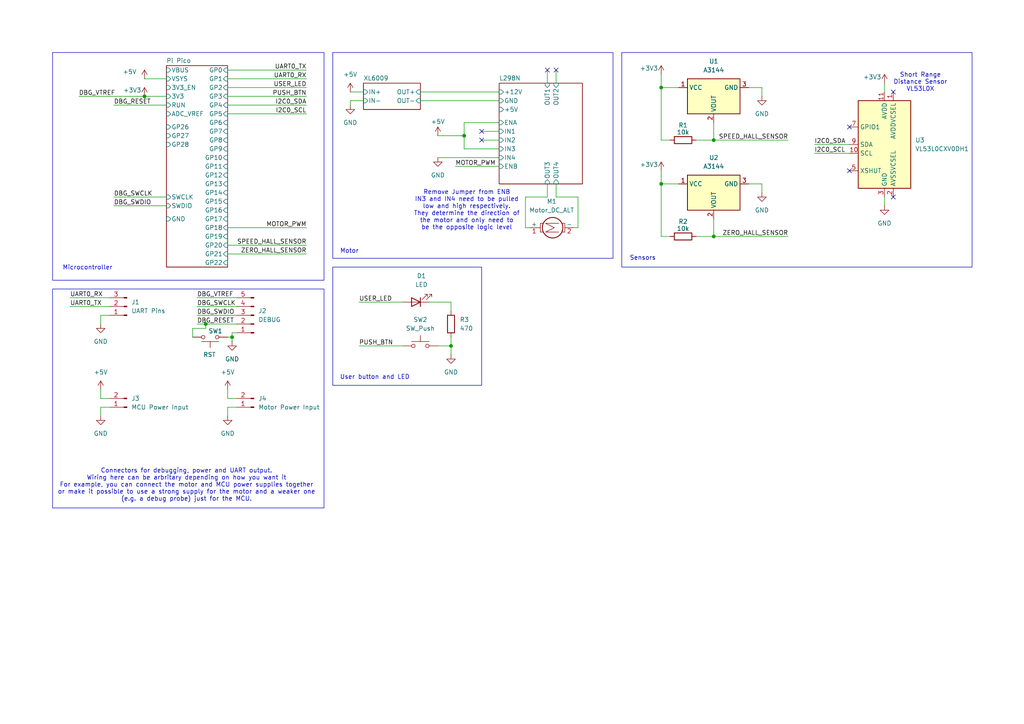
<source format=kicad_sch>
(kicad_sch (version 20231120) (generator "eeschema") (generator_version "8.0")
  (paper "A4")
  (lib_symbols
    (symbol "Connector:Conn_01x02_Pin" (pin_names (offset 1.016) hide)
      (property "Reference" "J" (at 0 2.54 0))
      (property "Value" "Conn_01x02_Pin" (at 0 -5.08 0))
      (symbol "Conn_01x02_Pin_1_1"
        (polyline (pts (xy 1.27 -2.54) (xy 0.8636 -2.54)) (stroke (width 0.1524)))
        (polyline (pts (xy 1.27 0) (xy 0.8636 0)) (stroke (width 0.1524)))
        (rectangle (start 0.8636 -2.413) (end 0 -2.667) (stroke (width 0.1524)) (fill (type outline)))
        (rectangle (start 0.8636 0.127) (end 0 -0.127) (stroke (width 0.1524)) (fill (type outline)))
        (pin passive line (at 5.08 0 180) (length 3.81) (name "Pin_1") (number "1"))
        (pin passive line (at 5.08 -2.54 180) (length 3.81) (name "Pin_2") (number "2"))
      )
    )
    (symbol "Connector:Conn_01x03_Pin" (pin_names (offset 1.016) hide)
      (property "Reference" "J" (at 0 5.08 0))
      (property "Value" "Conn_01x03_Pin" (at 0 -5.08 0))
      (symbol "Conn_01x03_Pin_1_1"
        (polyline (pts (xy 1.27 -2.54) (xy 0.8636 -2.54)) (stroke (width 0.1524)))
        (polyline (pts (xy 1.27 0) (xy 0.8636 0)) (stroke (width 0.1524)))
        (polyline (pts (xy 1.27 2.54) (xy 0.8636 2.54)) (stroke (width 0.1524)))
        (rectangle (start 0.8636 -2.413) (end 0 -2.667) (stroke (width 0.1524)) (fill (type outline)))
        (rectangle (start 0.8636 0.127) (end 0 -0.127) (stroke (width 0.1524)) (fill (type outline)))
        (rectangle (start 0.8636 2.667) (end 0 2.413) (stroke (width 0.1524)) (fill (type outline)))
        (pin passive line (at 5.08 2.54 180) (length 3.81) (name "Pin_1") (number "1"))
        (pin passive line (at 5.08 0 180) (length 3.81) (name "Pin_2") (number "2"))
        (pin passive line (at 5.08 -2.54 180) (length 3.81) (name "Pin_3") (number "3"))
      )
    )
    (symbol "Connector:Conn_01x05_Pin" (pin_names (offset 1.016) hide)
      (property "Reference" "J" (at 0 7.62 0))
      (property "Value" "Conn_01x05_Pin" (at 0 -7.62 0))
      (symbol "Conn_01x05_Pin_1_1"
        (polyline (pts (xy 1.27 -5.08) (xy 0.8636 -5.08)) (stroke (width 0.1524)))
        (polyline (pts (xy 1.27 -2.54) (xy 0.8636 -2.54)) (stroke (width 0.1524)))
        (polyline (pts (xy 1.27 0) (xy 0.8636 0)) (stroke (width 0.1524)))
        (polyline (pts (xy 1.27 2.54) (xy 0.8636 2.54)) (stroke (width 0.1524)))
        (polyline (pts (xy 1.27 5.08) (xy 0.8636 5.08)) (stroke (width 0.1524)))
        (rectangle (start 0.8636 -4.953) (end 0 -5.207) (stroke (width 0.1524)) (fill (type outline)))
        (rectangle (start 0.8636 -2.413) (end 0 -2.667) (stroke (width 0.1524)) (fill (type outline)))
        (rectangle (start 0.8636 0.127) (end 0 -0.127) (stroke (width 0.1524)) (fill (type outline)))
        (rectangle (start 0.8636 2.667) (end 0 2.413) (stroke (width 0.1524)) (fill (type outline)))
        (rectangle (start 0.8636 5.207) (end 0 4.953) (stroke (width 0.1524)) (fill (type outline)))
        (pin passive line (at 5.08 5.08 180) (length 3.81) (name "Pin_1") (number "1"))
        (pin passive line (at 5.08 2.54 180) (length 3.81) (name "Pin_2") (number "2"))
        (pin passive line (at 5.08 0 180) (length 3.81) (name "Pin_3") (number "3"))
        (pin passive line (at 5.08 -2.54 180) (length 3.81) (name "Pin_4") (number "4"))
        (pin passive line (at 5.08 -5.08 180) (length 3.81) (name "Pin_5") (number "5"))
      )
    )
    (symbol "Device:LED" (pin_numbers hide) (pin_names (offset 1.016) hide)
      (property "Reference" "D" (at 0 2.54 0))
      (property "Value" "LED" (at 0 -2.54 0))
      (symbol "LED_0_1"
        (polyline (pts (xy -1.27 -1.27) (xy -1.27 1.27)) (stroke (width 0.254)))
        (polyline (pts (xy -1.27 0) (xy 1.27 0)))
        (polyline (pts (xy 1.27 -1.27) (xy 1.27 1.27) (xy -1.27 0) (xy 1.27 -1.27)) (stroke (width 0.254)))
        (polyline (pts (xy -3.048 -0.762) (xy -4.572 -2.286) (xy -3.81 -2.286) (xy -4.572 -2.286) (xy -4.572 -1.524)))
        (polyline (pts (xy -1.778 -0.762) (xy -3.302 -2.286) (xy -2.54 -2.286) (xy -3.302 -2.286) (xy -3.302 -1.524)))
      )
      (symbol "LED_1_1"
        (pin passive line (at -3.81 0 0) (length 2.54) (name "K") (number "1"))
        (pin passive line (at 3.81 0 180) (length 2.54) (name "A") (number "2"))
      )
    )
    (symbol "Device:R" (pin_numbers hide) (pin_names (offset 0))
      (property "Reference" "R" (at 2.032 0 90))
      (property "Value" "R" (at 0 0 90))
      (symbol "R_0_1"
        (rectangle (start -1.016 -2.54) (end 1.016 2.54) (stroke (width 0.254)))
      )
      (symbol "R_1_1"
        (pin passive line (at 0 3.81 270) (length 1.27) (name "~") (number "1"))
        (pin passive line (at 0 -3.81 90) (length 1.27) (name "~") (number "2"))
      )
    )
    (symbol "Motor:Motor_DC_ALT" (pin_names (offset 0))
      (property "Reference" "M" (at 2.54 2.54 0))
      (property "Value" "Motor_DC_ALT" (at 2.54 -5.08 0))
      (symbol "Motor_DC_ALT_0_0"
        (circle (center 0 -1.524) (radius 2.9718) (stroke (width 0.254)))
        (polyline (pts (xy -1.27 -4.318) (xy -1.27 -5.08) (xy 1.27 -5.08) (xy 1.27 -4.318)))
        (polyline (pts (xy -1.27 1.27) (xy -1.27 2.032) (xy 1.27 2.032) (xy 1.27 1.27)))
        (polyline (pts (xy -1.27 -3.302) (xy -1.27 0.508) (xy 0 -2.032) (xy 1.27 0.508) (xy 1.27 -3.302)))
      )
      (symbol "Motor_DC_ALT_0_1"
        (polyline (pts (xy 0 2.032) (xy 0 2.54)))
      )
      (symbol "Motor_DC_ALT_1_1"
        (pin passive line (at 0 5.08 270) (length 2.54) (name "+") (number "1"))
        (pin passive line (at 0 -7.62 90) (length 2.54) (name "-") (number "2"))
      )
    )
    (symbol "Sensor_Distance:VL53L0CXV0DH1"
      (property "Reference" "U" (at -6.35 13.97 0))
      (property "Value" "VL53L0CXV0DH1" (at 12.065 13.97 0))
      (symbol "VL53L0CXV0DH1_0_1"
        (rectangle (start -7.62 12.7) (end 7.62 -12.7) (stroke (width 0.254)) (fill (type background)))
      )
      (symbol "VL53L0CXV0DH1_1_1"
        (pin power_in line (at 2.54 15.24 270) (length 2.54) (name "AVDDVCSEL") (number "1"))
        (pin input line (at -10.16 -2.54 0) (length 2.54) (name "SCL") (number "10"))
        (pin power_in line (at 0 15.24 270) (length 2.54) (name "AVDD") (number "11"))
        (pin passive line (at 0 -15.24 90) (length 2.54) hide (name "GND") (number "12"))
        (pin power_in line (at 2.54 -15.24 90) (length 2.54) (name "AVSSVCSEL") (number "2"))
        (pin power_in line (at 0 -15.24 90) (length 2.54) (name "GND") (number "3"))
        (pin passive line (at 0 -15.24 90) (length 2.54) hide (name "GND") (number "4"))
        (pin input line (at -10.16 -7.62 0) (length 2.54) (name "XSHUT") (number "5"))
        (pin passive line (at 0 -15.24 90) (length 2.54) hide (name "GND") (number "6"))
        (pin open_collector line (at -10.16 5.08 0) (length 2.54) (name "GPIO1") (number "7"))
        (pin no_connect line (at -7.62 7.62 0) (length 2.54) hide (name "DNC") (number "8"))
        (pin bidirectional line (at -10.16 0 0) (length 2.54) (name "SDA") (number "9"))
      )
    )
    (symbol "Sensor_Magnetic:A1101ELHL"
      (property "Reference" "U" (at 0 11.43 0))
      (property "Value" "A1101ELHL" (at 0 8.89 0))
      (symbol "A1101ELHL_0_1"
        (rectangle (start -5.08 7.62) (end 5.08 -7.62) (stroke (width 0.254)) (fill (type background)))
      )
      (symbol "A1101ELHL_1_1"
        (pin power_in line (at -2.54 10.16 270) (length 2.54) (name "VCC") (number "1"))
        (pin open_collector line (at 7.62 0 180) (length 2.54) (name "VOUT") (number "2"))
        (pin power_in line (at -2.54 -10.16 90) (length 2.54) (name "GND") (number "3"))
      )
    )
    (symbol "Switch:SW_Push" (pin_numbers hide) (pin_names (offset 1.016) hide)
      (property "Reference" "SW" (at 1.27 2.54 0))
      (property "Value" "SW_Push" (at 0 -1.524 0))
      (symbol "SW_Push_0_1"
        (circle (center -2.032 0) (radius 0.508))
        (polyline (pts (xy 0 1.27) (xy 0 3.048)))
        (polyline (pts (xy 2.54 1.27) (xy -2.54 1.27)))
        (circle (center 2.032 0) (radius 0.508))
        (pin passive line (at -5.08 0 0) (length 2.54) (name "1") (number "1"))
        (pin passive line (at 5.08 0 180) (length 2.54) (name "2") (number "2"))
      )
    )
    (symbol "power:+3V3" (power) (pin_numbers hide) (pin_names (offset 0) hide)
      (property "Value" "+3V3" (at 0 3.556 0))
      (symbol "+3V3_0_1"
        (polyline (pts (xy -0.762 1.27) (xy 0 2.54)))
        (polyline (pts (xy 0 0) (xy 0 2.54)))
        (polyline (pts (xy 0 2.54) (xy 0.762 1.27)))
      )
      (symbol "+3V3_1_1"
        (pin power_in line (at 0 0 90) (length 0) (name "~") (number "1"))
      )
    )
    (symbol "power:+5V" (power) (pin_numbers hide) (pin_names (offset 0) hide)
      (property "Value" "+5V" (at 0 3.556 0))
      (symbol "+5V_0_1"
        (polyline (pts (xy -0.762 1.27) (xy 0 2.54)))
        (polyline (pts (xy 0 0) (xy 0 2.54)))
        (polyline (pts (xy 0 2.54) (xy 0.762 1.27)))
      )
      (symbol "+5V_1_1"
        (pin power_in line (at 0 0 90) (length 0) (name "~") (number "1"))
      )
    )
    (symbol "power:GND" (power) (pin_numbers hide) (pin_names (offset 0) hide)
      (property "Value" "GND" (at 0 -3.81 0))
      (symbol "GND_0_1"
        (polyline (pts (xy 0 0) (xy 0 -1.27) (xy 1.27 -1.27) (xy 0 -2.54) (xy -1.27 -1.27) (xy 0 -1.27)))
      )
      (symbol "GND_1_1"
        (pin power_in line (at 0 0 270) (length 0) (name "~") (number "1"))
      )
    )
  )
  (junction (at 134.62 39.37))
  (junction (at 191.77 53.34))
  (junction (at 59.69 93.98))
  (junction (at 207.01 68.58))
  (junction (at 41.91 27.94))
  (junction (at 67.31 97.79))
  (junction (at 207.01 40.64))
  (junction (at 130.81 100.33))
  (junction (at 191.77 25.4))
  (no_connect (at 259.08 57.15))
  (no_connect (at 139.7 40.64))
  (no_connect (at 158.75 20.32))
  (no_connect (at 139.7 38.1))
  (no_connect (at 259.08 26.67))
  (no_connect (at 246.38 49.53))
  (no_connect (at 161.29 20.32))
  (no_connect (at 246.38 36.83))
  (wire (pts (xy 66.04 25.4) (xy 88.9 25.4)))
  (wire (pts (xy 121.92 29.21) (xy 144.78 29.21)))
  (wire (pts (xy 104.14 100.33) (xy 116.84 100.33)))
  (wire (pts (xy 33.02 30.48) (xy 48.26 30.48)))
  (wire (pts (xy 256.54 57.15) (xy 256.54 59.69)))
  (wire (pts (xy 29.21 91.44) (xy 29.21 93.98)))
  (wire (pts (xy 20.32 88.9) (xy 31.75 88.9)))
  (wire (pts (xy 101.6 26.67) (xy 105.41 26.67)))
  (wire (pts (xy 161.29 57.15) (xy 161.29 53.34)))
  (wire (pts (xy 104.14 87.63) (xy 116.84 87.63)))
  (wire (pts (xy 134.62 35.56) (xy 144.78 35.56)))
  (wire (pts (xy 166.37 66.04) (xy 167.64 66.04)))
  (wire (pts (xy 194.31 40.64) (xy 191.77 40.64)))
  (wire (pts (xy 134.62 35.56) (xy 134.62 39.37)))
  (wire (pts (xy 57.15 86.36) (xy 68.58 86.36)))
  (wire (pts (xy 57.15 88.9) (xy 68.58 88.9)))
  (wire (pts (xy 191.77 21.59) (xy 191.77 25.4)))
  (wire (pts (xy 201.93 40.64) (xy 207.01 40.64)))
  (wire (pts (xy 20.32 86.36) (xy 31.75 86.36)))
  (wire (pts (xy 207.01 68.58) (xy 228.6 68.58)))
  (wire (pts (xy 217.17 53.34) (xy 220.98 53.34)))
  (wire (pts (xy 57.15 91.44) (xy 68.58 91.44)))
  (wire (pts (xy 67.31 97.79) (xy 67.31 99.06)))
  (wire (pts (xy 191.77 68.58) (xy 191.77 53.34)))
  (wire (pts (xy 139.7 40.64) (xy 144.78 40.64)))
  (wire (pts (xy 201.93 68.58) (xy 207.01 68.58)))
  (wire (pts (xy 22.86 27.94) (xy 41.91 27.94)))
  (wire (pts (xy 220.98 53.34) (xy 220.98 55.88)))
  (wire (pts (xy 158.75 20.32) (xy 158.75 24.13)))
  (wire (pts (xy 167.64 57.15) (xy 161.29 57.15)))
  (wire (pts (xy 207.01 68.58) (xy 207.01 63.5)))
  (wire (pts (xy 130.81 100.33) (xy 130.81 102.87)))
  (wire (pts (xy 191.77 53.34) (xy 196.85 53.34)))
  (wire (pts (xy 191.77 49.53) (xy 191.77 53.34)))
  (wire (pts (xy 68.58 115.57) (xy 66.04 115.57)))
  (wire (pts (xy 59.69 95.25) (xy 59.69 93.98)))
  (wire (pts (xy 66.04 97.79) (xy 67.31 97.79)))
  (wire (pts (xy 66.04 30.48) (xy 88.9 30.48)))
  (wire (pts (xy 139.7 38.1) (xy 144.78 38.1)))
  (wire (pts (xy 29.21 118.11) (xy 29.21 120.65)))
  (wire (pts (xy 158.75 53.34) (xy 158.75 57.15)))
  (wire (pts (xy 130.81 87.63) (xy 130.81 90.17)))
  (wire (pts (xy 55.88 95.25) (xy 59.69 95.25)))
  (wire (pts (xy 207.01 40.64) (xy 207.01 35.56)))
  (wire (pts (xy 55.88 97.79) (xy 55.88 95.25)))
  (wire (pts (xy 124.46 87.63) (xy 130.81 87.63)))
  (wire (pts (xy 256.54 24.13) (xy 256.54 26.67)))
  (wire (pts (xy 134.62 43.18) (xy 144.78 43.18)))
  (wire (pts (xy 67.31 96.52) (xy 67.31 97.79)))
  (wire (pts (xy 66.04 20.32) (xy 88.9 20.32)))
  (wire (pts (xy 59.69 93.98) (xy 68.58 93.98)))
  (wire (pts (xy 236.22 41.91) (xy 246.38 41.91)))
  (wire (pts (xy 66.04 22.86) (xy 88.9 22.86)))
  (wire (pts (xy 66.04 115.57) (xy 66.04 113.03)))
  (wire (pts (xy 158.75 57.15) (xy 152.4 57.15)))
  (wire (pts (xy 66.04 66.04) (xy 88.9 66.04)))
  (wire (pts (xy 68.58 118.11) (xy 66.04 118.11)))
  (wire (pts (xy 220.98 25.4) (xy 220.98 27.94)))
  (wire (pts (xy 217.17 25.4) (xy 220.98 25.4)))
  (wire (pts (xy 66.04 73.66) (xy 88.9 73.66)))
  (wire (pts (xy 236.22 44.45) (xy 246.38 44.45)))
  (wire (pts (xy 29.21 115.57) (xy 29.21 113.03)))
  (wire (pts (xy 41.91 27.94) (xy 48.26 27.94)))
  (wire (pts (xy 127 39.37) (xy 134.62 39.37)))
  (wire (pts (xy 31.75 118.11) (xy 29.21 118.11)))
  (wire (pts (xy 41.91 22.86) (xy 48.26 22.86)))
  (wire (pts (xy 33.02 57.15) (xy 48.26 57.15)))
  (wire (pts (xy 31.75 91.44) (xy 29.21 91.44)))
  (wire (pts (xy 31.75 115.57) (xy 29.21 115.57)))
  (wire (pts (xy 152.4 66.04) (xy 153.67 66.04)))
  (wire (pts (xy 33.02 59.69) (xy 48.26 59.69)))
  (wire (pts (xy 167.64 66.04) (xy 167.64 57.15)))
  (wire (pts (xy 66.04 71.12) (xy 88.9 71.12)))
  (wire (pts (xy 66.04 33.02) (xy 88.9 33.02)))
  (wire (pts (xy 161.29 20.32) (xy 161.29 24.13)))
  (wire (pts (xy 101.6 29.21) (xy 105.41 29.21)))
  (wire (pts (xy 191.77 25.4) (xy 196.85 25.4)))
  (wire (pts (xy 121.92 26.67) (xy 144.78 26.67)))
  (wire (pts (xy 134.62 39.37) (xy 134.62 43.18)))
  (wire (pts (xy 127 45.72) (xy 144.78 45.72)))
  (wire (pts (xy 194.31 68.58) (xy 191.77 68.58)))
  (wire (pts (xy 57.15 93.98) (xy 59.69 93.98)))
  (wire (pts (xy 66.04 118.11) (xy 66.04 120.65)))
  (wire (pts (xy 66.04 27.94) (xy 88.9 27.94)))
  (wire (pts (xy 191.77 40.64) (xy 191.77 25.4)))
  (wire (pts (xy 127 100.33) (xy 130.81 100.33)))
  (wire (pts (xy 132.08 48.26) (xy 144.78 48.26)))
  (wire (pts (xy 207.01 40.64) (xy 228.6 40.64)))
  (wire (pts (xy 68.58 96.52) (xy 67.31 96.52)))
  (wire (pts (xy 152.4 57.15) (xy 152.4 66.04)))
  (wire (pts (xy 130.81 100.33) (xy 130.81 97.79)))
  (wire (pts (xy 101.6 29.21) (xy 101.6 30.48)))
  (rectangle (start 15.24 15.24) (end 93.98 81.28))
  (rectangle (start 180.34 15.24) (end 281.94 77.47))
  (rectangle (start 96.52 15.24) (end 177.8 74.93))
  (rectangle (start 96.52 77.47) (end 139.7 111.76))
  (rectangle (start 15.24 83.82) (end 93.98 147.32))
  (text "Motor" (at 101.346 72.898 0) (effects (font (size 1.27 1.27))))
  (text "Microcontroller" (at 25.4 77.724 0) (effects (font (size 1.27 1.27))))
  (text "Short Range\nDistance Sensor\nVL53L0X" (at 266.954 23.876 0) (effects (font (size 1.27 1.27))))
  (text "User button and LED" (at 108.712 109.474 0) (effects (font (size 1.27 1.27))))
  (text "Sensors" (at 186.436 74.93 0) (effects (font (size 1.27 1.27))))
  (text "Remove Jumper from ENB\nIN3 and IN4 need to be pulled\nlow and high respectively.\nThey determine the direction of\nthe motor and only need to\nbe the opposite logic level" (at 135.382 60.96 0) (effects (font (size 1.27 1.27))))
  (text "Connectors for debugging, power and UART output.\nWiring here can be arbritary depending on how you want it\nFor example, you can connect the motor and MCU power supplies together\nor make it possible to use a strong supply for the motor and a weaker one\n(e.g. a debug probe) just for the MCU." (at 54.102 140.716 0) (effects (font (size 1.27 1.27))))
  (label "ZERO_HALL_SENSOR" (at 88.9 73.66 180))
  (label "DBG_SWCLK" (at 57.15 88.9 0))
  (label "MOTOR_PWM" (at 132.08 48.26 0))
  (label "UART0_RX" (at 88.9 22.86 180))
  (label "I2C0_SCL" (at 88.9 33.02 180))
  (label "DBG_SWCLK" (at 33.02 57.15 0))
  (label "DBG_VTREF" (at 22.86 27.94 0))
  (label "UART0_TX" (at 20.32 88.9 0))
  (label "USER_LED" (at 104.14 87.63 0))
  (label "DBG_RESET" (at 57.15 93.98 0))
  (label "I2C0_SCL" (at 236.22 44.45 0))
  (label "PUSH_BTN" (at 104.14 100.33 0))
  (label "DBG_VTREF" (at 57.15 86.36 0))
  (label "DBG_RESET" (at 33.02 30.48 0))
  (label "PUSH_BTN" (at 88.9 27.94 180))
  (label "UART0_TX" (at 88.9 20.32 180))
  (label "SPEED_HALL_SENSOR" (at 88.9 71.12 180))
  (label "MOTOR_PWM" (at 88.9 66.04 180))
  (label "USER_LED" (at 88.9 25.4 180))
  (label "SPEED_HALL_SENSOR" (at 228.6 40.64 180))
  (label "DBG_SWDIO" (at 33.02 59.69 0))
  (label "UART0_RX" (at 20.32 86.36 0))
  (label "I2C0_SDA" (at 88.9 30.48 180))
  (label "DBG_SWDIO" (at 57.15 91.44 0))
  (label "I2C0_SDA" (at 236.22 41.91 0))
  (label "ZERO_HALL_SENSOR" (at 228.6 68.58 180))
  (symbol (lib_id "power:GND") (at 220.98 55.88 0) (unit 1)
    (property "Reference" "#PWR09" (effects (hide yes)))
    (property "Value" "GND" (at 220.98 60.96 0))
    (property "Description" "Power symbol creates a global label with name \"GND\" , ground" (effects (hide yes)))
  )
  (symbol (lib_id "power:+5V") (at 101.6 26.67 0) (unit 1)
    (property "Reference" "#PWR01" (effects (hide yes)))
    (property "Value" "+5V" (at 101.6 21.59 0))
    (property "Description" "Power symbol creates a global label with name \"+5V\"" (effects (hide yes)))
  )
  (symbol (lib_id "power:GND") (at 29.21 93.98 0) (unit 1)
    (property "Reference" "#PWR013" (effects (hide yes)))
    (property "Value" "GND" (at 29.21 99.06 0))
    (property "Description" "Power symbol creates a global label with name \"GND\" , ground" (effects (hide yes)))
  )
  (symbol (lib_id "power:GND") (at 127 45.72 0) (unit 1)
    (property "Reference" "#PWR06" (effects (hide yes)))
    (property "Value" "GND" (at 127 50.8 0))
    (property "Description" "Power symbol creates a global label with name \"GND\" , ground" (effects (hide yes)))
  )
  (symbol (lib_id "power:+5V") (at 41.91 22.86 0) (unit 1)
    (property "Reference" "#PWR03" (effects (hide yes)))
    (property "Value" "+5V" (at 37.592 20.828 0))
    (property "Description" "Power symbol creates a global label with name \"+5V\"" (effects (hide yes)))
  )
  (symbol (lib_id "power:+3V3") (at 191.77 21.59 0) (unit 1)
    (property "Reference" "#PWR07" (effects (hide yes)))
    (property "Value" "+3V3" (at 188.214 19.812 0))
    (property "Description" "Power symbol creates a global label with name \"+3V3\"" (effects (hide yes)))
  )
  (symbol (lib_id "Sensor_Distance:VL53L0CXV0DH1") (at 256.54 41.91 0) (unit 1)
    (property "Reference" "U3" (at 265.43 40.6399 0) (effects (justify left)))
    (property "Value" "VL53L0CXV0DH1" (at 265.43 43.1799 0) (effects (justify left)))
    (property "Footprint" "Sensor_Distance:ST_VL53L1x" (effects (hide yes)))
    (property "Datasheet" "https://www.st.com/resource/en/datasheet/vl53l0x.pdf" (effects (hide yes)))
    (property "Description" "2m distance ranging ToF sensor, Optical LGA12" (effects (hide yes)))
  )
  (symbol (lib_id "power:+5V") (at 127 39.37 0) (unit 1)
    (property "Reference" "#PWR05" (effects (hide yes)))
    (property "Value" "+5V" (at 127 35.306 0))
    (property "Description" "Power symbol creates a global label with name \"+5V\"" (effects (hide yes)))
  )
  (symbol (lib_id "power:GND") (at 101.6 30.48 0) (unit 1)
    (property "Reference" "#PWR04" (effects (hide yes)))
    (property "Value" "GND" (at 101.6 35.56 0))
    (property "Description" "Power symbol creates a global label with name \"GND\" , ground" (effects (hide yes)))
  )
  (symbol (lib_id "power:+5V") (at 66.04 113.03 0) (unit 1)
    (property "Reference" "#PWR018" (effects (hide yes)))
    (property "Value" "+5V" (at 66.04 107.95 0))
    (property "Description" "Power symbol creates a global label with name \"+5V\"" (effects (hide yes)))
  )
  (symbol (lib_id "Connector:Conn_01x03_Pin") (at 36.83 88.9 180) (unit 1)
    (property "Reference" "J1" (at 38.1 87.6299 0) (effects (justify right)))
    (property "Value" "UART Pins" (at 38.1 90.1699 0) (effects (justify right)))
    (property "Description" "Generic connector, single row, 01x03, script generated" (effects (hide yes)))
  )
  (symbol (lib_id "power:GND") (at 220.98 27.94 0) (unit 1)
    (property "Reference" "#PWR010" (effects (hide yes)))
    (property "Value" "GND" (at 220.98 33.02 0))
    (property "Description" "Power symbol creates a global label with name \"GND\" , ground" (effects (hide yes)))
  )
  (symbol (lib_id "Connector:Conn_01x02_Pin") (at 73.66 118.11 180) (unit 1)
    (property "Reference" "J4" (at 74.93 115.5699 0) (effects (justify right)))
    (property "Value" "Motor Power Input" (at 74.93 118.1099 0) (effects (justify right)))
    (property "Description" "Generic connector, single row, 01x02, script generated" (effects (hide yes)))
  )
  (symbol (lib_id "Device:R") (at 130.81 93.98 0) (unit 1)
    (property "Reference" "R3" (at 133.35 92.7099 0) (effects (justify left)))
    (property "Value" "470" (at 133.35 95.2499 0) (effects (justify left)))
    (property "Description" "Resistor" (effects (hide yes)))
  )
  (symbol (lib_id "power:+3V3") (at 191.77 49.53 0) (unit 1)
    (property "Reference" "#PWR08" (effects (hide yes)))
    (property "Value" "+3V3" (at 188.214 47.752 0))
    (property "Description" "Power symbol creates a global label with name \"+3V3\"" (effects (hide yes)))
  )
  (symbol (lib_id "Device:R") (at 198.12 40.64 90) (unit 1)
    (property "Reference" "R1" (at 198.12 36.322 90))
    (property "Value" "10k" (at 198.12 38.354 90))
    (property "Description" "Resistor" (effects (hide yes)))
  )
  (symbol (lib_id "Connector:Conn_01x02_Pin") (at 36.83 118.11 180) (unit 1)
    (property "Reference" "J3" (at 38.1 115.5699 0) (effects (justify right)))
    (property "Value" "MCU Power Input" (at 38.1 118.1099 0) (effects (justify right)))
    (property "Description" "Generic connector, single row, 01x02, script generated" (effects (hide yes)))
  )
  (symbol (lib_id "power:GND") (at 66.04 120.65 0) (unit 1)
    (property "Reference" "#PWR019" (effects (hide yes)))
    (property "Value" "GND" (at 66.04 125.73 0))
    (property "Description" "Power symbol creates a global label with name \"GND\" , ground" (effects (hide yes)))
  )
  (symbol (lib_id "power:+3V3") (at 41.91 27.94 0) (unit 1)
    (property "Reference" "#PWR02" (effects (hide yes)))
    (property "Value" "+3V3" (at 38.354 26.162 0))
    (property "Description" "Power symbol creates a global label with name \"+3V3\"" (effects (hide yes)))
  )
  (symbol (lib_id "Switch:SW_Push") (at 60.96 97.79 180) (unit 1)
    (property "Reference" "SW1" (at 60.452 96.012 0) (effects (justify right)))
    (property "Value" "RST" (at 58.928 102.87 0) (effects (justify right)))
    (property "Description" "Push button switch, generic, two pins" (effects (hide yes)))
  )
  (symbol (lib_id "Sensor_Magnetic:A1101ELHL") (at 207.01 55.88 90) (mirror x) (unit 1)
    (property "Reference" "U2" (at 207.01 45.72 90))
    (property "Value" "A3144" (at 207.01 48.26 90))
    (property "Footprint" "Package_TO_SOT_SMD:SOT-23W" (effects (hide yes)))
    (property "Datasheet" "https://www.allegromicro.com/-/media/files/datasheets/a110x-datasheet.ashx" (effects (hide yes)))
    (property "Description" "Hall effect switch, unipolar, Bop=100G, Brp=45G, -40C to +85C, SOT-23W" (effects (hide yes)))
  )
  (symbol (lib_id "power:GND") (at 67.31 99.06 0) (unit 1)
    (property "Reference" "#PWR014" (effects (hide yes)))
    (property "Value" "GND" (at 67.31 104.14 0))
    (property "Description" "Power symbol creates a global label with name \"GND\" , ground" (effects (hide yes)))
  )
  (symbol (lib_id "Device:LED") (at 120.65 87.63 180) (unit 1)
    (property "Reference" "D1" (at 122.2375 80.01 0))
    (property "Value" "LED" (at 122.2375 82.55 0))
    (property "Description" "Light emitting diode" (effects (hide yes)))
  )
  (symbol (lib_id "Sensor_Magnetic:A1101ELHL") (at 207.01 27.94 90) (mirror x) (unit 1)
    (property "Reference" "U1" (at 207.01 17.78 90))
    (property "Value" "A3144" (at 207.01 20.32 90))
    (property "Footprint" "Package_TO_SOT_SMD:SOT-23W" (effects (hide yes)))
    (property "Datasheet" "https://www.allegromicro.com/-/media/files/datasheets/a110x-datasheet.ashx" (effects (hide yes)))
    (property "Description" "Hall effect switch, unipolar, Bop=100G, Brp=45G, -40C to +85C, SOT-23W" (effects (hide yes)))
  )
  (symbol (lib_id "Switch:SW_Push") (at 121.92 100.33 0) (unit 1)
    (property "Reference" "SW2" (at 121.92 92.71 0))
    (property "Value" "SW_Push" (at 121.92 95.25 0))
    (property "Description" "Push button switch, generic, two pins" (effects (hide yes)))
  )
  (symbol (lib_id "power:+3V3") (at 256.54 24.13 0) (unit 1)
    (property "Reference" "#PWR011" (effects (hide yes)))
    (property "Value" "+3V3" (at 252.984 22.352 0))
    (property "Description" "Power symbol creates a global label with name \"+3V3\"" (effects (hide yes)))
  )
  (symbol (lib_id "power:GND") (at 256.54 59.69 0) (unit 1)
    (property "Reference" "#PWR012" (effects (hide yes)))
    (property "Value" "GND" (at 256.54 64.77 0))
    (property "Description" "Power symbol creates a global label with name \"GND\" , ground" (effects (hide yes)))
  )
  (symbol (lib_id "Motor:Motor_DC_ALT") (at 158.75 66.04 90) (unit 1)
    (property "Reference" "M1" (at 160.02 58.42 90))
    (property "Value" "Motor_DC_ALT" (at 160.02 60.96 90))
    (property "Description" "DC Motor, alternative symbol" (effects (hide yes)))
  )
  (symbol (lib_id "power:GND") (at 29.21 120.65 0) (unit 1)
    (property "Reference" "#PWR016" (effects (hide yes)))
    (property "Value" "GND" (at 29.21 125.73 0))
    (property "Description" "Power symbol creates a global label with name \"GND\" , ground" (effects (hide yes)))
  )
  (symbol (lib_id "Device:R") (at 198.12 68.58 90) (unit 1)
    (property "Reference" "R2" (at 198.12 64.262 90))
    (property "Value" "10k" (at 198.12 66.294 90))
    (property "Description" "Resistor" (effects (hide yes)))
  )
  (symbol (lib_id "Connector:Conn_01x05_Pin") (at 73.66 91.44 180) (unit 1)
    (property "Reference" "J2" (at 74.93 90.1699 0) (effects (justify right)))
    (property "Value" "DEBUG" (at 74.93 92.7099 0) (effects (justify right)))
    (property "Description" "Generic connector, single row, 01x05, script generated" (effects (hide yes)))
  )
  (symbol (lib_id "power:+5V") (at 29.21 113.03 0) (unit 1)
    (property "Reference" "#PWR017" (effects (hide yes)))
    (property "Value" "+5V" (at 29.21 107.95 0))
    (property "Description" "Power symbol creates a global label with name \"+5V\"" (effects (hide yes)))
  )
  (symbol (lib_id "power:GND") (at 130.81 102.87 0) (unit 1)
    (property "Reference" "#PWR015" (effects (hide yes)))
    (property "Value" "GND" (at 130.81 107.95 0))
    (property "Description" "Power symbol creates a global label with name \"GND\" , ground" (effects (hide yes)))
  )
  (sheet (at 144.78 24.13) (size 24.13 29.21) (stroke (width 0.1524))
    (property "Sheetname" "L298N" (at 144.78 23.4184 0) (effects (justify left bottom)))
    (property "Sheetfile" "l298n.kicad_sch" (effects (hide yes)))
    (pin "OUT2" input (at 161.29 24.13 90))
    (pin "OUT1" input (at 158.75 24.13 90))
    (pin "+12V" input (at 144.78 26.67 180))
    (pin "GND" input (at 144.78 29.21 180))
    (pin "+5V" input (at 144.78 31.75 180))
    (pin "OUT4" input (at 161.29 53.34 270))
    (pin "OUT3" input (at 158.75 53.34 270))
    (pin "ENA" input (at 144.78 35.56 180))
    (pin "IN1" input (at 144.78 38.1 180))
    (pin "IN2" input (at 144.78 40.64 180))
    (pin "IN3" input (at 144.78 43.18 180))
    (pin "IN4" input (at 144.78 45.72 180))
    (pin "ENB" input (at 144.78 48.26 180))
  )
  (sheet (at 105.41 24.13) (size 16.51 7.62) (stroke (width 0.1524))
    (property "Sheetname" "XL6009" (at 105.41 23.4184 0) (effects (justify left bottom)))
    (property "Sheetfile" "xl6009.kicad_sch" (effects (hide yes)))
    (pin "IN-" input (at 105.41 29.21 180))
    (pin "IN+" input (at 105.41 26.67 180))
    (pin "OUT-" input (at 121.92 29.21 0))
    (pin "OUT+" input (at 121.92 26.67 0))
  )
  (sheet (at 48.26 19.05) (size 17.78 58.42) (stroke (width 0.1524))
    (property "Sheetname" "Pi Pico" (at 48.26 18.3384 0) (effects (justify left bottom)))
    (property "Sheetfile" "pico.kicad_sch" (effects (hide yes)))
    (pin "GP26" input (at 48.26 36.83 180))
    (pin "GP6" input (at 66.04 35.56 0))
    (pin "RUN" input (at 48.26 30.48 180))
    (pin "GP8" input (at 66.04 40.64 0))
    (pin "GP9" input (at 66.04 43.18 0))
    (pin "GND" input (at 48.26 63.5 180))
    (pin "GP7" input (at 66.04 38.1 0))
    (pin "GP27" input (at 48.26 39.37 180))
    (pin "GP5" input (at 66.04 33.02 0))
    (pin "GP0" input (at 66.04 20.32 0))
    (pin "GP1" input (at 66.04 22.86 0))
    (pin "GP2" input (at 66.04 25.4 0))
    (pin "GP4" input (at 66.04 30.48 0))
    (pin "GP3" input (at 66.04 27.94 0))
    (pin "GP12" input (at 66.04 50.8 0))
    (pin "GP10" input (at 66.04 45.72 0))
    (pin "GP14" input (at 66.04 55.88 0))
    (pin "GP13" input (at 66.04 53.34 0))
    (pin "GP11" input (at 66.04 48.26 0))
    (pin "VBUS" input (at 48.26 20.32 180))
    (pin "GP28" input (at 48.26 41.91 180))
    (pin "ADC_VREF" input (at 48.26 33.02 180))
    (pin "VSYS" input (at 48.26 22.86 180))
    (pin "3V3_EN" input (at 48.26 25.4 180))
    (pin "3V3" input (at 48.26 27.94 180))
    (pin "GP21" input (at 66.04 73.66 0))
    (pin "GP22" input (at 66.04 76.2 0))
    (pin "GP19" input (at 66.04 68.58 0))
    (pin "GP20" input (at 66.04 71.12 0))
    (pin "GP18" input (at 66.04 66.04 0))
    (pin "GP17" input (at 66.04 63.5 0))
    (pin "GP16" input (at 66.04 60.96 0))
    (pin "GP15" input (at 66.04 58.42 0))
    (pin "SWDIO" input (at 48.26 59.69 180))
    (pin "SWCLK" input (at 48.26 57.15 180))
  )
)
</source>
